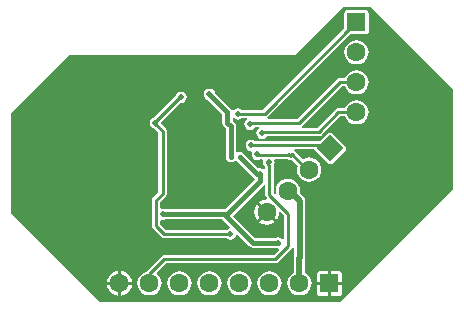
<source format=gbl>
G04 Layer_Physical_Order=2*
G04 Layer_Color=16711680*
%FSLAX25Y25*%
%MOIN*%
G70*
G01*
G75*
%ADD31C,0.01000*%
%ADD34C,0.01575*%
%ADD36C,0.01968*%
%ADD37C,0.06299*%
%ADD38R,0.06299X0.06299*%
%ADD39P,0.08908X4X270.0*%
%ADD40R,0.06299X0.06299*%
%ADD41C,0.02000*%
G36*
X161643Y72423D02*
Y39077D01*
X123959Y1393D01*
X44077D01*
X14393Y31077D01*
Y64388D01*
X33612Y83607D01*
X108535D01*
X109069Y83713D01*
X109520Y84015D01*
X125112Y99607D01*
X134458D01*
X161643Y72423D01*
D02*
G37*
%LPC*%
G36*
X80535Y11550D02*
X79487Y11412D01*
X78510Y11008D01*
X77671Y10364D01*
X77028Y9525D01*
X76623Y8548D01*
X76485Y7500D01*
X76623Y6452D01*
X77028Y5475D01*
X77671Y4636D01*
X78510Y3992D01*
X79487Y3588D01*
X80535Y3450D01*
X81584Y3588D01*
X82561Y3992D01*
X83399Y4636D01*
X84043Y5475D01*
X84448Y6452D01*
X84586Y7500D01*
X84448Y8548D01*
X84043Y9525D01*
X83399Y10364D01*
X82561Y11008D01*
X81584Y11412D01*
X80535Y11550D01*
D02*
G37*
G36*
X70535D02*
X69487Y11412D01*
X68510Y11008D01*
X67671Y10364D01*
X67028Y9525D01*
X66623Y8548D01*
X66485Y7500D01*
X66623Y6452D01*
X67028Y5475D01*
X67671Y4636D01*
X68510Y3992D01*
X69487Y3588D01*
X70535Y3450D01*
X71584Y3588D01*
X72561Y3992D01*
X73400Y4636D01*
X74043Y5475D01*
X74448Y6452D01*
X74586Y7500D01*
X74448Y8548D01*
X74043Y9525D01*
X73400Y10364D01*
X72561Y11008D01*
X71584Y11412D01*
X70535Y11550D01*
D02*
G37*
G36*
X100535D02*
X99487Y11412D01*
X98510Y11008D01*
X97671Y10364D01*
X97028Y9525D01*
X96623Y8548D01*
X96485Y7500D01*
X96623Y6452D01*
X97028Y5475D01*
X97671Y4636D01*
X98510Y3992D01*
X99487Y3588D01*
X100535Y3450D01*
X101584Y3588D01*
X102561Y3992D01*
X103400Y4636D01*
X104043Y5475D01*
X104448Y6452D01*
X104586Y7500D01*
X104448Y8548D01*
X104043Y9525D01*
X103400Y10364D01*
X102561Y11008D01*
X101584Y11412D01*
X100535Y11550D01*
D02*
G37*
G36*
X90535D02*
X89487Y11412D01*
X88510Y11008D01*
X87671Y10364D01*
X87028Y9525D01*
X86623Y8548D01*
X86485Y7500D01*
X86623Y6452D01*
X87028Y5475D01*
X87671Y4636D01*
X88510Y3992D01*
X89487Y3588D01*
X90535Y3450D01*
X91584Y3588D01*
X92561Y3992D01*
X93400Y4636D01*
X94043Y5475D01*
X94448Y6452D01*
X94586Y7500D01*
X94448Y8548D01*
X94043Y9525D01*
X93400Y10364D01*
X92561Y11008D01*
X91584Y11412D01*
X90535Y11550D01*
D02*
G37*
G36*
X124705Y7000D02*
X121035D01*
Y3331D01*
X123685D01*
X124075Y3408D01*
X124406Y3629D01*
X124627Y3960D01*
X124705Y4350D01*
Y7000D01*
D02*
G37*
G36*
X120035D02*
X116366D01*
Y4350D01*
X116444Y3960D01*
X116665Y3629D01*
X116996Y3408D01*
X117386Y3331D01*
X120035D01*
Y7000D01*
D02*
G37*
G36*
X54655D02*
X51035D01*
Y3380D01*
X51619Y3457D01*
X52628Y3875D01*
X53495Y4541D01*
X54160Y5407D01*
X54578Y6417D01*
X54655Y7000D01*
D02*
G37*
G36*
X50035D02*
X46416D01*
X46493Y6417D01*
X46911Y5407D01*
X47576Y4541D01*
X48443Y3875D01*
X49452Y3457D01*
X50035Y3380D01*
Y7000D01*
D02*
G37*
G36*
X120035Y11669D02*
X117386D01*
X116996Y11592D01*
X116665Y11371D01*
X116444Y11040D01*
X116366Y10650D01*
Y8000D01*
X120035D01*
Y11669D01*
D02*
G37*
G36*
X132685Y98533D02*
X126386D01*
X126048Y98466D01*
X125761Y98274D01*
X125570Y97988D01*
X125503Y97650D01*
Y92437D01*
X98458Y65393D01*
X91310D01*
X90764Y65758D01*
X90035Y65903D01*
X89307Y65758D01*
X88690Y65345D01*
X88592Y65199D01*
X88415Y65180D01*
X88024Y65249D01*
X87728Y65692D01*
X82319Y71101D01*
X82293Y71228D01*
X81881Y71845D01*
X81264Y72258D01*
X80535Y72403D01*
X79807Y72258D01*
X79190Y71845D01*
X78778Y71228D01*
X78633Y70500D01*
X78778Y69772D01*
X79190Y69155D01*
X79807Y68742D01*
X79934Y68717D01*
X84850Y63802D01*
Y60991D01*
X84978Y60346D01*
X85343Y59799D01*
X86015Y59127D01*
Y49547D01*
X86143Y48901D01*
X86509Y48354D01*
X87056Y47989D01*
X87701Y47861D01*
X88346Y47989D01*
X88893Y48354D01*
X88951Y48441D01*
X89451D01*
X89509Y48354D01*
X95055Y42808D01*
X95473Y42529D01*
X95591Y42076D01*
X95587Y41936D01*
X85837Y32186D01*
X65871D01*
X65764Y32258D01*
X65035Y32403D01*
X64625Y32321D01*
X64125Y32692D01*
Y34655D01*
X65886Y36417D01*
X66188Y36869D01*
X66294Y37402D01*
Y58277D01*
X66188Y58810D01*
X65886Y59262D01*
X64360Y60788D01*
X64403Y61000D01*
X64361Y61211D01*
X70787Y67637D01*
X71000Y67594D01*
X71728Y67739D01*
X72345Y68152D01*
X72758Y68769D01*
X72903Y69497D01*
X72758Y70225D01*
X72345Y70843D01*
X71728Y71255D01*
X71000Y71400D01*
X70272Y71255D01*
X69655Y70843D01*
X69242Y70225D01*
X69194Y69984D01*
X62017Y62806D01*
X61772Y62758D01*
X61155Y62345D01*
X60742Y61728D01*
X60597Y61000D01*
X60742Y60272D01*
X61155Y59655D01*
X61772Y59242D01*
X62015Y59194D01*
X63509Y57700D01*
Y37979D01*
X61747Y36217D01*
X61445Y35765D01*
X61339Y35232D01*
Y31796D01*
X61276Y31480D01*
Y29520D01*
X61339Y29204D01*
Y26768D01*
X61445Y26235D01*
X61747Y25783D01*
X64515Y23015D01*
X64967Y22713D01*
X65500Y22607D01*
X86226D01*
X86772Y22242D01*
X87500Y22097D01*
X88228Y22242D01*
X88845Y22655D01*
X89258Y23272D01*
X89321Y23588D01*
X89863Y23753D01*
X93808Y19808D01*
X94355Y19442D01*
X95000Y19314D01*
X102664D01*
X102772Y19242D01*
X103463Y19105D01*
X103555Y18961D01*
X103691Y18625D01*
X101959Y16893D01*
X65535D01*
X65002Y16787D01*
X64551Y16485D01*
X59550Y11485D01*
X59504Y11415D01*
X59487Y11412D01*
X58510Y11008D01*
X57671Y10364D01*
X57028Y9525D01*
X56623Y8548D01*
X56485Y7500D01*
X56623Y6452D01*
X57028Y5475D01*
X57671Y4636D01*
X58510Y3992D01*
X59487Y3588D01*
X60535Y3450D01*
X61584Y3588D01*
X62561Y3992D01*
X63399Y4636D01*
X64043Y5475D01*
X64448Y6452D01*
X64586Y7500D01*
X64448Y8548D01*
X64043Y9525D01*
X63399Y10364D01*
X63117Y10581D01*
X63085Y11079D01*
X66112Y14107D01*
X102535D01*
X103068Y14213D01*
X103520Y14515D01*
X107835Y18830D01*
X108137Y19282D01*
X108212Y19660D01*
X108712Y19610D01*
Y16109D01*
X108649Y15789D01*
X108649Y15789D01*
Y11065D01*
X108510Y11008D01*
X107671Y10364D01*
X107028Y9525D01*
X106623Y8548D01*
X106485Y7500D01*
X106623Y6452D01*
X107028Y5475D01*
X107671Y4636D01*
X108510Y3992D01*
X109487Y3588D01*
X110535Y3450D01*
X111584Y3588D01*
X112561Y3992D01*
X113400Y4636D01*
X114043Y5475D01*
X114448Y6452D01*
X114586Y7500D01*
X114448Y8548D01*
X114043Y9525D01*
X113400Y10364D01*
X112561Y11008D01*
X112422Y11065D01*
Y15533D01*
X112486Y15853D01*
Y34936D01*
X112486Y34936D01*
X112342Y35658D01*
X111933Y36270D01*
X110615Y37589D01*
X110711Y38315D01*
X110573Y39364D01*
X110168Y40341D01*
X109524Y41179D01*
X108685Y41823D01*
X107709Y42228D01*
X106660Y42366D01*
X105612Y42228D01*
X104635Y41823D01*
X103796Y41179D01*
X103152Y40341D01*
X102748Y39364D01*
X102610Y38315D01*
X102715Y37519D01*
X102291Y37310D01*
X101928Y37602D01*
Y46816D01*
X102112Y47091D01*
X102257Y47819D01*
X102163Y48292D01*
X102504Y48792D01*
X106720D01*
X106847Y48817D01*
X107002Y48713D01*
X107535Y48607D01*
X107888Y48677D01*
X109910Y46655D01*
X109819Y46435D01*
X109681Y45386D01*
X109819Y44338D01*
X110223Y43361D01*
X110867Y42522D01*
X111706Y41879D01*
X112683Y41474D01*
X113731Y41336D01*
X114779Y41474D01*
X115756Y41879D01*
X116595Y42522D01*
X117239Y43361D01*
X117644Y44338D01*
X117782Y45386D01*
X117644Y46435D01*
X117239Y47412D01*
X116595Y48250D01*
X115756Y48894D01*
X114779Y49299D01*
X113731Y49437D01*
X112683Y49299D01*
X111706Y48894D01*
X111652Y48853D01*
X109020Y51485D01*
X108837Y51607D01*
X108989Y52107D01*
X115540D01*
X115724Y51833D01*
X120178Y47379D01*
X120464Y47187D01*
X120802Y47120D01*
X121140Y47187D01*
X121427Y47379D01*
X125881Y51833D01*
X126072Y52119D01*
X126140Y52457D01*
X126072Y52795D01*
X125881Y53082D01*
X121427Y57536D01*
X121140Y57727D01*
X120802Y57795D01*
X120464Y57727D01*
X120178Y57536D01*
X117535Y54893D01*
X95810D01*
X95264Y55258D01*
X94535Y55403D01*
X93807Y55258D01*
X93190Y54845D01*
X92778Y54228D01*
X92633Y53500D01*
X92778Y52772D01*
X93190Y52155D01*
X93807Y51742D01*
X94405Y51623D01*
X94628Y51362D01*
X94722Y51125D01*
X94597Y50500D01*
X94742Y49772D01*
X95155Y49155D01*
X95772Y48742D01*
X96500Y48597D01*
X97228Y48742D01*
X97303Y48792D01*
X98205D01*
X98546Y48292D01*
X98540Y48261D01*
X98532Y48250D01*
X98426Y47717D01*
X98532Y47183D01*
X98834Y46732D01*
X98842Y46724D01*
X99009Y46474D01*
X99142Y46384D01*
Y45772D01*
X98642Y45505D01*
X98264Y45758D01*
X97535Y45903D01*
X96863Y45769D01*
X91893Y50739D01*
X91346Y51104D01*
X90701Y51232D01*
X90056Y51104D01*
X89887Y50991D01*
X89387Y51259D01*
Y59826D01*
X89258Y60471D01*
X88893Y61018D01*
X88221Y61690D01*
Y62456D01*
X88555Y62597D01*
X88721Y62634D01*
X89307Y62242D01*
X90035Y62097D01*
X90764Y62242D01*
X91310Y62607D01*
X92930D01*
X93082Y62107D01*
X92690Y61845D01*
X92278Y61228D01*
X92133Y60500D01*
X92278Y59772D01*
X92690Y59155D01*
X93307Y58742D01*
X94035Y58597D01*
X94764Y58742D01*
X95381Y59155D01*
X95683Y59607D01*
X96930D01*
X97082Y59107D01*
X96690Y58845D01*
X96278Y58228D01*
X96133Y57500D01*
X96278Y56772D01*
X96690Y56155D01*
X97307Y55742D01*
X98035Y55597D01*
X98764Y55742D01*
X99381Y56155D01*
X99683Y56607D01*
X117035D01*
X117569Y56713D01*
X118020Y57015D01*
X124112Y63107D01*
X125766D01*
X126028Y62475D01*
X126671Y61636D01*
X127510Y60992D01*
X128487Y60588D01*
X129535Y60450D01*
X130584Y60588D01*
X131561Y60992D01*
X132399Y61636D01*
X133043Y62475D01*
X133448Y63452D01*
X133586Y64500D01*
X133448Y65548D01*
X133043Y66525D01*
X132399Y67364D01*
X131561Y68008D01*
X130584Y68412D01*
X129535Y68550D01*
X128487Y68412D01*
X127510Y68008D01*
X126671Y67364D01*
X126028Y66525D01*
X125766Y65893D01*
X123535D01*
X123002Y65787D01*
X122550Y65485D01*
X116458Y59393D01*
X111454D01*
X111302Y59893D01*
X111485Y60015D01*
X124577Y73107D01*
X125766D01*
X126028Y72475D01*
X126671Y71636D01*
X127510Y70992D01*
X128487Y70588D01*
X129535Y70450D01*
X130584Y70588D01*
X131561Y70992D01*
X132399Y71636D01*
X133043Y72475D01*
X133448Y73452D01*
X133586Y74500D01*
X133448Y75548D01*
X133043Y76525D01*
X132399Y77364D01*
X131561Y78008D01*
X130584Y78412D01*
X129535Y78550D01*
X128487Y78412D01*
X127510Y78008D01*
X126671Y77364D01*
X126028Y76525D01*
X125766Y75893D01*
X124000D01*
X123467Y75787D01*
X123015Y75485D01*
X109923Y62393D01*
X99989D01*
X99837Y62893D01*
X100020Y63015D01*
X127473Y90467D01*
X132685D01*
X133023Y90535D01*
X133309Y90726D01*
X133501Y91013D01*
X133568Y91350D01*
Y97650D01*
X133501Y97988D01*
X133309Y98274D01*
X133023Y98466D01*
X132685Y98533D01*
D02*
G37*
G36*
X129535Y88550D02*
X128487Y88412D01*
X127510Y88008D01*
X126671Y87364D01*
X126028Y86525D01*
X125623Y85548D01*
X125485Y84500D01*
X125623Y83452D01*
X126028Y82475D01*
X126671Y81636D01*
X127510Y80992D01*
X128487Y80588D01*
X129535Y80450D01*
X130584Y80588D01*
X131561Y80992D01*
X132399Y81636D01*
X133043Y82475D01*
X133448Y83452D01*
X133586Y84500D01*
X133448Y85548D01*
X133043Y86525D01*
X132399Y87364D01*
X131561Y88008D01*
X130584Y88412D01*
X129535Y88550D01*
D02*
G37*
G36*
X51035Y11620D02*
Y8000D01*
X54655D01*
X54578Y8583D01*
X54160Y9593D01*
X53495Y10459D01*
X52628Y11125D01*
X51619Y11543D01*
X51035Y11620D01*
D02*
G37*
G36*
X50035Y11620D02*
X49452Y11543D01*
X48443Y11125D01*
X47576Y10459D01*
X46911Y9593D01*
X46493Y8583D01*
X46416Y8000D01*
X50035D01*
Y11620D01*
D02*
G37*
G36*
X123685Y11669D02*
X121035D01*
Y8000D01*
X124705D01*
Y10650D01*
X124627Y11040D01*
X124406Y11371D01*
X124075Y11592D01*
X123685Y11669D01*
D02*
G37*
%LPD*%
G36*
X84826Y28790D02*
X87252Y26363D01*
X87088Y25821D01*
X86772Y25758D01*
X86226Y25393D01*
X66077D01*
X64125Y27345D01*
Y28308D01*
X64625Y28679D01*
X65035Y28597D01*
X65764Y28742D01*
X65871Y28814D01*
X84810D01*
X84826Y28790D01*
D02*
G37*
G36*
X98973Y40143D02*
X99142Y40030D01*
Y37000D01*
X99249Y36467D01*
X99550Y36015D01*
X99683Y35883D01*
X99448Y35411D01*
X98506Y35287D01*
X97496Y34869D01*
X97030Y34511D01*
X99943Y31598D01*
X102856Y28685D01*
X103214Y29151D01*
X103632Y30161D01*
X103756Y31103D01*
X104228Y31338D01*
X105457Y30108D01*
Y22329D01*
X104957Y22178D01*
X104845Y22345D01*
X104228Y22758D01*
X103500Y22903D01*
X102772Y22758D01*
X102664Y22686D01*
X95698D01*
X88402Y29982D01*
X98642Y40223D01*
X98973Y40143D01*
D02*
G37*
%LPC*%
G36*
X99589Y30537D02*
X97030Y27978D01*
X97496Y27619D01*
X98506Y27201D01*
X99589Y27059D01*
X100672Y27201D01*
X101682Y27619D01*
X102148Y27978D01*
X99589Y30537D01*
D02*
G37*
G36*
X96323Y33804D02*
X95964Y33337D01*
X95546Y32327D01*
X95404Y31244D01*
X95546Y30161D01*
X95964Y29151D01*
X96323Y28685D01*
X98882Y31244D01*
X96323Y33804D01*
D02*
G37*
%LPD*%
D31*
X65500Y24000D02*
X86500D01*
X62500Y61320D02*
X70677Y69497D01*
X71000D01*
X62500Y60678D02*
Y61000D01*
Y60678D02*
X64902Y58277D01*
X62500Y61000D02*
Y61320D01*
X124000Y74500D02*
X129535D01*
X110500Y61000D02*
X124000Y74500D01*
X94535Y61000D02*
X110500D01*
X90035Y64000D02*
X99035D01*
X99819Y47717D02*
X100535Y47000D01*
X64902Y37402D02*
Y58277D01*
X62732Y26768D02*
X65500Y24000D01*
X62732Y26768D02*
Y29457D01*
Y31543D02*
Y35232D01*
X62669Y31480D02*
X62732Y31543D01*
X62669Y29520D02*
Y31480D01*
Y29520D02*
X62732Y29457D01*
Y35232D02*
X64902Y37402D01*
X96500Y50500D02*
X96815Y50185D01*
X106720D01*
X107035Y50500D01*
X107535Y50000D01*
X108035Y50500D01*
X100535Y37000D02*
X106850Y30685D01*
X102535Y15500D02*
X106850Y19815D01*
Y30685D01*
X94535Y53500D02*
X119760D01*
X123535Y64500D02*
X129535D01*
X117035Y58000D02*
X123535Y64500D01*
X98535Y58000D02*
X117035D01*
X119760Y53500D02*
X120802Y52457D01*
X94035Y60500D02*
X94535Y61000D01*
X99035Y64000D02*
X129535Y94500D01*
X98035Y57500D02*
X98535Y58000D01*
X113149Y45386D02*
X113731D01*
X60535Y7500D02*
Y10500D01*
X65535Y15500D01*
X108035Y50500D02*
X113149Y45386D01*
X99819Y47717D02*
X99921Y47819D01*
X100354D01*
X100535Y37000D02*
Y47000D01*
X65535Y15500D02*
X102535D01*
D34*
X86535Y30500D02*
X97535Y41500D01*
X86018Y29982D02*
X86535Y30500D01*
X95000Y21000D02*
X103500D01*
X86018Y29982D02*
X95000Y21000D01*
X65035Y30500D02*
X86535D01*
X96247Y44000D02*
X97535D01*
X87701Y49547D02*
Y59826D01*
X90701Y49547D02*
X96247Y44000D01*
X97535Y41500D02*
Y44000D01*
X86535Y60991D02*
X87701Y59826D01*
X86535Y60991D02*
Y64500D01*
X80535Y70500D02*
X86535Y64500D01*
D36*
X110599Y15853D02*
Y34936D01*
X106660Y38315D02*
X107220D01*
X110599Y34936D01*
X110535Y15789D02*
X110599Y15853D01*
X110535Y7500D02*
Y15789D01*
D37*
X129535Y74500D02*
D03*
Y84500D02*
D03*
Y64500D02*
D03*
X106660Y38315D02*
D03*
X113731Y45386D02*
D03*
X99589Y31244D02*
D03*
X60535Y7500D02*
D03*
X80535D02*
D03*
X100535D02*
D03*
X110535D02*
D03*
X90535D02*
D03*
X70535D02*
D03*
X50535D02*
D03*
D38*
X129535Y94500D02*
D03*
D39*
X120802Y52457D02*
D03*
D40*
X120535Y7500D02*
D03*
D41*
X159750Y72243D02*
D03*
X158000Y68743D02*
D03*
X159750Y65243D02*
D03*
X158000Y61743D02*
D03*
X159750Y58243D02*
D03*
X158000Y54743D02*
D03*
X159750Y51243D02*
D03*
X158000Y47743D02*
D03*
X159750Y44243D02*
D03*
X158000Y40743D02*
D03*
X154500Y75743D02*
D03*
X156250Y72243D02*
D03*
X154500Y68743D02*
D03*
X156250Y65243D02*
D03*
X154500Y61743D02*
D03*
X156250Y58243D02*
D03*
X154500Y54743D02*
D03*
X156250Y51243D02*
D03*
X154500Y47743D02*
D03*
X156250Y44243D02*
D03*
X154500Y40743D02*
D03*
X156250Y37243D02*
D03*
X154500Y33743D02*
D03*
X152750Y79243D02*
D03*
X151000Y75743D02*
D03*
X152750Y72243D02*
D03*
X151000Y68743D02*
D03*
X152750Y65243D02*
D03*
X151000Y61743D02*
D03*
X152750Y58243D02*
D03*
X151000Y54743D02*
D03*
X152750Y51243D02*
D03*
X151000Y47743D02*
D03*
X152750Y44243D02*
D03*
X151000Y40743D02*
D03*
X152750Y37243D02*
D03*
X151000Y33743D02*
D03*
X147500Y82743D02*
D03*
X149250Y79243D02*
D03*
X147500Y75743D02*
D03*
X149250Y72243D02*
D03*
X147500Y68743D02*
D03*
X149250Y65243D02*
D03*
X147500Y61743D02*
D03*
X149250Y58243D02*
D03*
X147500Y54743D02*
D03*
X149250Y51243D02*
D03*
X147500Y47743D02*
D03*
X149250Y44243D02*
D03*
X147500Y40743D02*
D03*
X149250Y37243D02*
D03*
Y30243D02*
D03*
X147500Y26743D02*
D03*
X145750Y86243D02*
D03*
X144000Y82743D02*
D03*
X145750Y79243D02*
D03*
X144000Y75743D02*
D03*
X145750Y72243D02*
D03*
X144000Y68743D02*
D03*
X145750Y65243D02*
D03*
X144000Y61743D02*
D03*
X145750Y58243D02*
D03*
X144000Y54743D02*
D03*
X145750Y51243D02*
D03*
X144000Y47743D02*
D03*
X145750Y44243D02*
D03*
X144000Y40743D02*
D03*
X145750Y37243D02*
D03*
X140500Y89743D02*
D03*
X142250Y86243D02*
D03*
X140500Y82743D02*
D03*
X142250Y79243D02*
D03*
X140500Y75743D02*
D03*
X142250Y72243D02*
D03*
X140500Y68743D02*
D03*
X142250Y65243D02*
D03*
X140500Y61743D02*
D03*
X142250Y58243D02*
D03*
X140500Y54743D02*
D03*
X142250Y51243D02*
D03*
X140500Y47743D02*
D03*
X142250Y44243D02*
D03*
X140500Y40743D02*
D03*
Y26743D02*
D03*
X142250Y23243D02*
D03*
X140500Y19743D02*
D03*
X138750Y93243D02*
D03*
X137000Y89743D02*
D03*
X138750Y86243D02*
D03*
X137000Y82743D02*
D03*
X138750Y79243D02*
D03*
X137000Y75743D02*
D03*
X138750Y72243D02*
D03*
X137000Y68743D02*
D03*
X138750Y65243D02*
D03*
X137000Y61743D02*
D03*
X138750Y58243D02*
D03*
X137000Y54743D02*
D03*
X138750Y51243D02*
D03*
X137000Y47743D02*
D03*
X138750Y44243D02*
D03*
X137000Y40743D02*
D03*
X135250Y93243D02*
D03*
Y86243D02*
D03*
Y79243D02*
D03*
Y72243D02*
D03*
X133500Y68743D02*
D03*
X135250Y65243D02*
D03*
Y58243D02*
D03*
X133500Y54743D02*
D03*
X135250Y51243D02*
D03*
X133500Y47743D02*
D03*
X135250Y44243D02*
D03*
X133500Y40743D02*
D03*
X135250Y37243D02*
D03*
X133500Y33743D02*
D03*
X135250Y30243D02*
D03*
Y16243D02*
D03*
X133500Y12743D02*
D03*
X131750Y79243D02*
D03*
Y58243D02*
D03*
X130000Y54743D02*
D03*
X131750Y51243D02*
D03*
X130000Y47743D02*
D03*
X131750Y44243D02*
D03*
X130000Y40743D02*
D03*
X131750Y37243D02*
D03*
X130000Y33743D02*
D03*
X131750Y16243D02*
D03*
X130000Y12743D02*
D03*
X126500Y68743D02*
D03*
X128250Y58243D02*
D03*
X126500Y54743D02*
D03*
X128250Y51243D02*
D03*
X126500Y47743D02*
D03*
X128250Y44243D02*
D03*
X126500Y40743D02*
D03*
X128250Y37243D02*
D03*
X126500Y33743D02*
D03*
X128250Y30243D02*
D03*
Y16243D02*
D03*
X126500Y12743D02*
D03*
X128250Y9243D02*
D03*
X126500Y5743D02*
D03*
X124750Y86243D02*
D03*
X123000Y82743D02*
D03*
X124750Y79243D02*
D03*
X123000Y68743D02*
D03*
X124750Y58243D02*
D03*
Y44243D02*
D03*
X123000Y40743D02*
D03*
X124750Y37243D02*
D03*
X123000Y26743D02*
D03*
X124750Y16243D02*
D03*
X123000Y12743D02*
D03*
X121250Y93243D02*
D03*
X119500Y89743D02*
D03*
X121250Y79243D02*
D03*
X119500Y75743D02*
D03*
X121250Y44243D02*
D03*
X119500Y40743D02*
D03*
Y26743D02*
D03*
X121250Y16243D02*
D03*
X119500Y12743D02*
D03*
X117750Y86243D02*
D03*
Y79243D02*
D03*
X116000Y61743D02*
D03*
Y40743D02*
D03*
X117750Y30243D02*
D03*
X116000Y26743D02*
D03*
X117750Y16243D02*
D03*
X116000Y12743D02*
D03*
X114250Y86243D02*
D03*
X112500Y82743D02*
D03*
Y68743D02*
D03*
X114250Y30243D02*
D03*
Y16243D02*
D03*
X110750Y79243D02*
D03*
X109000Y68743D02*
D03*
X110750Y65243D02*
D03*
X107250Y44243D02*
D03*
Y16243D02*
D03*
X105500Y12743D02*
D03*
Y5743D02*
D03*
X102000Y12743D02*
D03*
X98500D02*
D03*
X95000Y33743D02*
D03*
Y26743D02*
D03*
X86250Y79243D02*
D03*
X82750D02*
D03*
X81000Y75743D02*
D03*
X79250Y79243D02*
D03*
X77500Y12743D02*
D03*
X75750Y9243D02*
D03*
X68750Y79243D02*
D03*
X67000Y12743D02*
D03*
X63500Y19743D02*
D03*
X60000Y40743D02*
D03*
X61750Y23243D02*
D03*
X60000Y19743D02*
D03*
X61750Y16243D02*
D03*
X56500Y40743D02*
D03*
X58250Y37243D02*
D03*
X56500Y33743D02*
D03*
X58250Y30243D02*
D03*
X56500Y26743D02*
D03*
X58250Y23243D02*
D03*
X56500Y19743D02*
D03*
X58250Y16243D02*
D03*
X56500Y12743D02*
D03*
X54750Y30243D02*
D03*
X53000Y26743D02*
D03*
X54750Y23243D02*
D03*
X53000Y19743D02*
D03*
X54750Y16243D02*
D03*
X53000Y12743D02*
D03*
X49500Y68743D02*
D03*
Y61743D02*
D03*
Y47743D02*
D03*
Y40743D02*
D03*
X51250Y30243D02*
D03*
X49500Y26743D02*
D03*
X51250Y23243D02*
D03*
X49500Y19743D02*
D03*
X51250Y16243D02*
D03*
X49500Y12743D02*
D03*
X47750Y79243D02*
D03*
X46000Y75743D02*
D03*
X47750Y72243D02*
D03*
X46000Y68743D02*
D03*
X47750Y65243D02*
D03*
X46000Y61743D02*
D03*
X47750Y51243D02*
D03*
X46000Y47743D02*
D03*
X47750Y23243D02*
D03*
X46000Y19743D02*
D03*
X47750Y16243D02*
D03*
X46000Y12743D02*
D03*
X44250Y79243D02*
D03*
X42500Y75743D02*
D03*
X44250Y72243D02*
D03*
X42500Y68743D02*
D03*
X44250Y65243D02*
D03*
X42500Y61743D02*
D03*
X44250Y58243D02*
D03*
Y51243D02*
D03*
Y37243D02*
D03*
X42500Y33743D02*
D03*
X44250Y23243D02*
D03*
X42500Y19743D02*
D03*
X44250Y16243D02*
D03*
X42500Y12743D02*
D03*
X44250Y9243D02*
D03*
X42500Y5743D02*
D03*
X40750Y79243D02*
D03*
X39000Y75743D02*
D03*
X40750Y72243D02*
D03*
X39000Y68743D02*
D03*
X40750Y65243D02*
D03*
X39000Y61743D02*
D03*
Y47743D02*
D03*
Y33743D02*
D03*
X40750Y16243D02*
D03*
X39000Y12743D02*
D03*
X40750Y9243D02*
D03*
X37250Y79243D02*
D03*
X35500Y75743D02*
D03*
X37250Y72243D02*
D03*
X35500Y68743D02*
D03*
X37250Y65243D02*
D03*
X35500Y61743D02*
D03*
X37250Y51243D02*
D03*
X35500Y47743D02*
D03*
X37250Y44243D02*
D03*
X35500Y40743D02*
D03*
X37250Y30243D02*
D03*
X35500Y26743D02*
D03*
Y19743D02*
D03*
X37250Y16243D02*
D03*
X35500Y12743D02*
D03*
X33750Y79243D02*
D03*
X32000Y75743D02*
D03*
X33750Y72243D02*
D03*
X32000Y68743D02*
D03*
X33750Y65243D02*
D03*
X32000Y61743D02*
D03*
X33750Y51243D02*
D03*
X32000Y47743D02*
D03*
X33750Y44243D02*
D03*
X32000Y40743D02*
D03*
Y26743D02*
D03*
X33750Y23243D02*
D03*
X32000Y19743D02*
D03*
X33750Y16243D02*
D03*
X28500Y75743D02*
D03*
X30250Y72243D02*
D03*
X28500Y68743D02*
D03*
X30250Y65243D02*
D03*
Y44243D02*
D03*
X28500Y40743D02*
D03*
X30250Y37243D02*
D03*
X28500Y26743D02*
D03*
X30250Y23243D02*
D03*
X28500Y19743D02*
D03*
X26750Y72243D02*
D03*
X25000Y68743D02*
D03*
X26750Y65243D02*
D03*
X25000Y54743D02*
D03*
X26750Y44243D02*
D03*
X25000Y40743D02*
D03*
X26750Y37243D02*
D03*
X25000Y33743D02*
D03*
X26750Y30243D02*
D03*
X25000Y26743D02*
D03*
X26750Y23243D02*
D03*
X21500Y68743D02*
D03*
X23250Y65243D02*
D03*
X21500Y54743D02*
D03*
X23250Y44243D02*
D03*
X21500Y40743D02*
D03*
X23250Y37243D02*
D03*
X21500Y33743D02*
D03*
X23250Y30243D02*
D03*
X21500Y26743D02*
D03*
X19750Y65243D02*
D03*
Y44243D02*
D03*
X18000Y40743D02*
D03*
X19750Y37243D02*
D03*
X18000Y33743D02*
D03*
X19750Y30243D02*
D03*
X87500Y24000D02*
D03*
X65035Y69000D02*
D03*
X71000Y69497D02*
D03*
X62500Y61000D02*
D03*
X103500Y21000D02*
D03*
X96500Y50500D02*
D03*
X41535Y50000D02*
D03*
X91000Y19500D02*
D03*
X58535Y45500D02*
D03*
X62535Y40000D02*
D03*
X65035Y30500D02*
D03*
X59535Y27000D02*
D03*
X87035Y41000D02*
D03*
X77035Y77999D02*
D03*
X72035Y78000D02*
D03*
X80535Y70500D02*
D03*
X97535Y44000D02*
D03*
X94535Y53500D02*
D03*
X94035Y60500D02*
D03*
X90035Y64000D02*
D03*
X98035Y57500D02*
D03*
X100354Y47819D02*
D03*
X73035Y46339D02*
D03*
X68705Y55000D02*
D03*
X73035D02*
D03*
X77366D02*
D03*
X68705Y50669D02*
D03*
X73035D02*
D03*
X77366D02*
D03*
X68705Y46339D02*
D03*
X77366D02*
D03*
M02*

</source>
